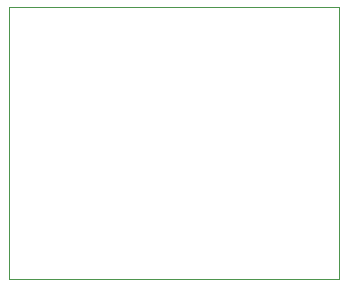
<source format=gbr>
%TF.GenerationSoftware,KiCad,Pcbnew,8.0.5*%
%TF.CreationDate,2024-12-01T15:07:38+09:00*%
%TF.ProjectId,PCA9685_ver4,50434139-3638-4355-9f76-6572342e6b69,rev?*%
%TF.SameCoordinates,Original*%
%TF.FileFunction,Profile,NP*%
%FSLAX46Y46*%
G04 Gerber Fmt 4.6, Leading zero omitted, Abs format (unit mm)*
G04 Created by KiCad (PCBNEW 8.0.5) date 2024-12-01 15:07:38*
%MOMM*%
%LPD*%
G01*
G04 APERTURE LIST*
%TA.AperFunction,Profile*%
%ADD10C,0.050000*%
%TD*%
G04 APERTURE END LIST*
D10*
X134700000Y-52200000D02*
X162700000Y-52200000D01*
X162700000Y-75200000D01*
X134700000Y-75200000D01*
X134700000Y-52200000D01*
M02*

</source>
